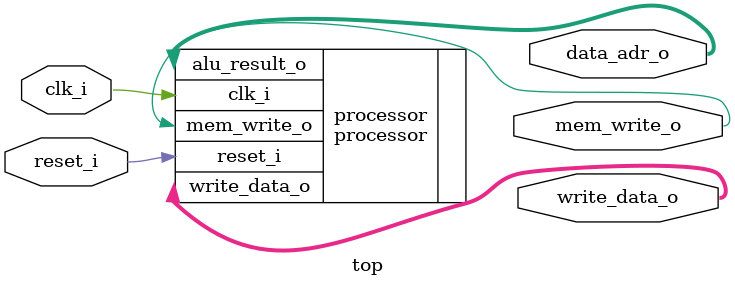
<source format=sv>
`include "src/processor.sv"
module top(
  input  logic        clk_i,
  input  logic        reset_i,
  output logic [31:0] write_data_o,
  output logic [31:0] data_adr_o,
  output logic        mem_write_o);
 

  processor processor(
    .clk_i(clk_i),
    .reset_i(reset_i),
    .mem_write_o(mem_write_o),
    .alu_result_o(data_adr_o),
    .write_data_o(write_data_o));

endmodule

</source>
